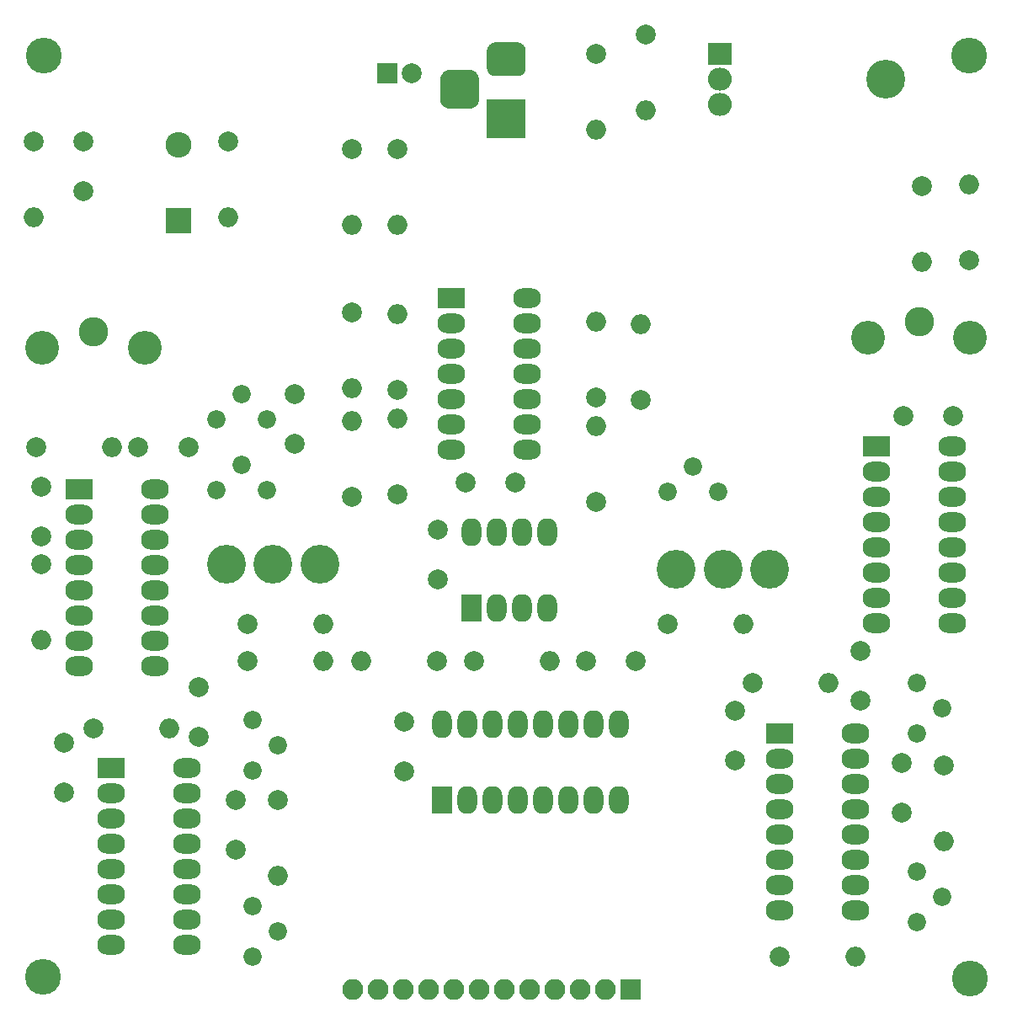
<source format=gbr>
G04 #@! TF.GenerationSoftware,KiCad,Pcbnew,(5.1.4-0-10_14)*
G04 #@! TF.CreationDate,2021-06-29T18:28:10+12:00*
G04 #@! TF.ProjectId,chroma_luma_invert,6368726f-6d61-45f6-9c75-6d615f696e76,rev?*
G04 #@! TF.SameCoordinates,Original*
G04 #@! TF.FileFunction,Soldermask,Bot*
G04 #@! TF.FilePolarity,Negative*
%FSLAX46Y46*%
G04 Gerber Fmt 4.6, Leading zero omitted, Abs format (unit mm)*
G04 Created by KiCad (PCBNEW (5.1.4-0-10_14)) date 2021-06-29 18:28:10*
%MOMM*%
%LPD*%
G04 APERTURE LIST*
%ADD10C,3.600000*%
%ADD11O,2.000000X2.800000*%
%ADD12R,2.000000X2.800000*%
%ADD13C,2.000000*%
%ADD14R,2.000000X2.000000*%
%ADD15R,2.600000X2.600000*%
%ADD16O,2.600000X2.600000*%
%ADD17R,3.900000X3.900000*%
%ADD18C,0.100000*%
%ADD19C,3.400000*%
%ADD20C,3.900000*%
%ADD21R,2.100000X2.100000*%
%ADD22O,2.100000X2.100000*%
%ADD23R,2.800000X2.000000*%
%ADD24O,2.800000X2.000000*%
%ADD25O,3.900000X3.900000*%
%ADD26R,2.400000X2.305000*%
%ADD27O,2.400000X2.305000*%
%ADD28O,2.000000X2.000000*%
%ADD29C,2.950000*%
%ADD30C,1.840000*%
G04 APERTURE END LIST*
D10*
X201500000Y-38600000D03*
X201600000Y-131400000D03*
X108400000Y-131300000D03*
X108500000Y-38600000D03*
D11*
X151500000Y-86580000D03*
X159120000Y-94200000D03*
X154040000Y-86580000D03*
X156580000Y-94200000D03*
X156580000Y-86580000D03*
X154040000Y-94200000D03*
X159120000Y-86580000D03*
D12*
X151500000Y-94200000D03*
D13*
X150900000Y-81600000D03*
X155900000Y-81600000D03*
X199900000Y-74900000D03*
X194900000Y-74900000D03*
X148100000Y-86300000D03*
X148100000Y-91300000D03*
X190600000Y-103500000D03*
X190600000Y-98500000D03*
X124100000Y-107100000D03*
X124100000Y-102100000D03*
X144700000Y-105600000D03*
X144700000Y-110600000D03*
X123000000Y-78000000D03*
X118000000Y-78000000D03*
X145500000Y-40400000D03*
D14*
X143000000Y-40400000D03*
D13*
X112500000Y-52250000D03*
X112500000Y-47250000D03*
X194750000Y-109750000D03*
X194750000Y-114750000D03*
X178000000Y-109500000D03*
X178000000Y-104500000D03*
X168000000Y-99500000D03*
X163000000Y-99500000D03*
X108250000Y-87000000D03*
X108250000Y-82000000D03*
X127750000Y-113500000D03*
X127750000Y-118500000D03*
X110500000Y-112750000D03*
X110500000Y-107750000D03*
D15*
X122000000Y-55250000D03*
D16*
X122000000Y-47630000D03*
D17*
X155000000Y-45000000D03*
D18*
G36*
X156183315Y-37304093D02*
G01*
X156265827Y-37316333D01*
X156346742Y-37336601D01*
X156425281Y-37364702D01*
X156500687Y-37400367D01*
X156572235Y-37443251D01*
X156639234Y-37492941D01*
X156701041Y-37548959D01*
X156757059Y-37610766D01*
X156806749Y-37677765D01*
X156849633Y-37749313D01*
X156885298Y-37824719D01*
X156913399Y-37903258D01*
X156933667Y-37984173D01*
X156945907Y-38066685D01*
X156950000Y-38150000D01*
X156950000Y-39850000D01*
X156945907Y-39933315D01*
X156933667Y-40015827D01*
X156913399Y-40096742D01*
X156885298Y-40175281D01*
X156849633Y-40250687D01*
X156806749Y-40322235D01*
X156757059Y-40389234D01*
X156701041Y-40451041D01*
X156639234Y-40507059D01*
X156572235Y-40556749D01*
X156500687Y-40599633D01*
X156425281Y-40635298D01*
X156346742Y-40663399D01*
X156265827Y-40683667D01*
X156183315Y-40695907D01*
X156100000Y-40700000D01*
X153900000Y-40700000D01*
X153816685Y-40695907D01*
X153734173Y-40683667D01*
X153653258Y-40663399D01*
X153574719Y-40635298D01*
X153499313Y-40599633D01*
X153427765Y-40556749D01*
X153360766Y-40507059D01*
X153298959Y-40451041D01*
X153242941Y-40389234D01*
X153193251Y-40322235D01*
X153150367Y-40250687D01*
X153114702Y-40175281D01*
X153086601Y-40096742D01*
X153066333Y-40015827D01*
X153054093Y-39933315D01*
X153050000Y-39850000D01*
X153050000Y-38150000D01*
X153054093Y-38066685D01*
X153066333Y-37984173D01*
X153086601Y-37903258D01*
X153114702Y-37824719D01*
X153150367Y-37749313D01*
X153193251Y-37677765D01*
X153242941Y-37610766D01*
X153298959Y-37548959D01*
X153360766Y-37492941D01*
X153427765Y-37443251D01*
X153499313Y-37400367D01*
X153574719Y-37364702D01*
X153653258Y-37336601D01*
X153734173Y-37316333D01*
X153816685Y-37304093D01*
X153900000Y-37300000D01*
X156100000Y-37300000D01*
X156183315Y-37304093D01*
X156183315Y-37304093D01*
G37*
D19*
X155000000Y-39000000D03*
D18*
G36*
X151370567Y-40054695D02*
G01*
X151465213Y-40068734D01*
X151558028Y-40091983D01*
X151648116Y-40124217D01*
X151734612Y-40165127D01*
X151816681Y-40214317D01*
X151893533Y-40271315D01*
X151964429Y-40335571D01*
X152028685Y-40406467D01*
X152085683Y-40483319D01*
X152134873Y-40565388D01*
X152175783Y-40651884D01*
X152208017Y-40741972D01*
X152231266Y-40834787D01*
X152245305Y-40929433D01*
X152250000Y-41025000D01*
X152250000Y-42975000D01*
X152245305Y-43070567D01*
X152231266Y-43165213D01*
X152208017Y-43258028D01*
X152175783Y-43348116D01*
X152134873Y-43434612D01*
X152085683Y-43516681D01*
X152028685Y-43593533D01*
X151964429Y-43664429D01*
X151893533Y-43728685D01*
X151816681Y-43785683D01*
X151734612Y-43834873D01*
X151648116Y-43875783D01*
X151558028Y-43908017D01*
X151465213Y-43931266D01*
X151370567Y-43945305D01*
X151275000Y-43950000D01*
X149325000Y-43950000D01*
X149229433Y-43945305D01*
X149134787Y-43931266D01*
X149041972Y-43908017D01*
X148951884Y-43875783D01*
X148865388Y-43834873D01*
X148783319Y-43785683D01*
X148706467Y-43728685D01*
X148635571Y-43664429D01*
X148571315Y-43593533D01*
X148514317Y-43516681D01*
X148465127Y-43434612D01*
X148424217Y-43348116D01*
X148391983Y-43258028D01*
X148368734Y-43165213D01*
X148354695Y-43070567D01*
X148350000Y-42975000D01*
X148350000Y-41025000D01*
X148354695Y-40929433D01*
X148368734Y-40834787D01*
X148391983Y-40741972D01*
X148424217Y-40651884D01*
X148465127Y-40565388D01*
X148514317Y-40483319D01*
X148571315Y-40406467D01*
X148635571Y-40335571D01*
X148706467Y-40271315D01*
X148783319Y-40214317D01*
X148865388Y-40165127D01*
X148951884Y-40124217D01*
X149041972Y-40091983D01*
X149134787Y-40068734D01*
X149229433Y-40054695D01*
X149325000Y-40050000D01*
X151275000Y-40050000D01*
X151370567Y-40054695D01*
X151370567Y-40054695D01*
G37*
D20*
X150300000Y-42000000D03*
D21*
X167500000Y-132500000D03*
D22*
X164960000Y-132500000D03*
X162420000Y-132500000D03*
X159880000Y-132500000D03*
X157340000Y-132500000D03*
X154800000Y-132500000D03*
X152260000Y-132500000D03*
X149720000Y-132500000D03*
X147180000Y-132500000D03*
X144640000Y-132500000D03*
X142100000Y-132500000D03*
X139560000Y-132500000D03*
D20*
X172100000Y-90250000D03*
X176800000Y-90250000D03*
X181500000Y-90250000D03*
X136250000Y-89750000D03*
X131550000Y-89750000D03*
X126850000Y-89750000D03*
D23*
X192200000Y-77900000D03*
D24*
X199820000Y-95680000D03*
X192200000Y-80440000D03*
X199820000Y-93140000D03*
X192200000Y-82980000D03*
X199820000Y-90600000D03*
X192200000Y-85520000D03*
X199820000Y-88060000D03*
X192200000Y-88060000D03*
X199820000Y-85520000D03*
X192200000Y-90600000D03*
X199820000Y-82980000D03*
X192200000Y-93140000D03*
X199820000Y-80440000D03*
X192200000Y-95680000D03*
X199820000Y-77900000D03*
D25*
X193160000Y-41040000D03*
D26*
X176500000Y-38500000D03*
D27*
X176500000Y-41040000D03*
X176500000Y-43580000D03*
D24*
X190120000Y-106750000D03*
X182500000Y-124530000D03*
X190120000Y-109290000D03*
X182500000Y-121990000D03*
X190120000Y-111830000D03*
X182500000Y-119450000D03*
X190120000Y-114370000D03*
X182500000Y-116910000D03*
X190120000Y-116910000D03*
X182500000Y-114370000D03*
X190120000Y-119450000D03*
X182500000Y-111830000D03*
X190120000Y-121990000D03*
X182500000Y-109290000D03*
X190120000Y-124530000D03*
D23*
X182500000Y-106750000D03*
D24*
X122870000Y-110250000D03*
X115250000Y-128030000D03*
X122870000Y-112790000D03*
X115250000Y-125490000D03*
X122870000Y-115330000D03*
X115250000Y-122950000D03*
X122870000Y-117870000D03*
X115250000Y-120410000D03*
X122870000Y-120410000D03*
X115250000Y-117870000D03*
X122870000Y-122950000D03*
X115250000Y-115330000D03*
X122870000Y-125490000D03*
X115250000Y-112790000D03*
X122870000Y-128030000D03*
D23*
X115250000Y-110250000D03*
D12*
X148500000Y-113500000D03*
D11*
X166280000Y-105880000D03*
X151040000Y-113500000D03*
X163740000Y-105880000D03*
X153580000Y-113500000D03*
X161200000Y-105880000D03*
X156120000Y-113500000D03*
X158660000Y-105880000D03*
X158660000Y-113500000D03*
X156120000Y-105880000D03*
X161200000Y-113500000D03*
X153580000Y-105880000D03*
X163740000Y-113500000D03*
X151040000Y-105880000D03*
X166280000Y-113500000D03*
X148500000Y-105880000D03*
D23*
X112000000Y-82250000D03*
D24*
X119620000Y-100030000D03*
X112000000Y-84790000D03*
X119620000Y-97490000D03*
X112000000Y-87330000D03*
X119620000Y-94950000D03*
X112000000Y-89870000D03*
X119620000Y-92410000D03*
X112000000Y-92410000D03*
X119620000Y-89870000D03*
X112000000Y-94950000D03*
X119620000Y-87330000D03*
X112000000Y-97490000D03*
X119620000Y-84790000D03*
X112000000Y-100030000D03*
X119620000Y-82250000D03*
D13*
X144000000Y-82750000D03*
D28*
X144000000Y-75130000D03*
X201500000Y-51630000D03*
D13*
X201500000Y-59250000D03*
D28*
X139500000Y-75380000D03*
D13*
X139500000Y-83000000D03*
X144000000Y-72250000D03*
D28*
X144000000Y-64630000D03*
D13*
X196750000Y-51750000D03*
D28*
X196750000Y-59370000D03*
D13*
X107500000Y-47250000D03*
D28*
X107500000Y-54870000D03*
D13*
X127000000Y-47250000D03*
D28*
X127000000Y-54870000D03*
X139500000Y-72120000D03*
D13*
X139500000Y-64500000D03*
X144000000Y-48000000D03*
D28*
X144000000Y-55620000D03*
D13*
X139500000Y-48000000D03*
D28*
X139500000Y-55620000D03*
X168500000Y-65630000D03*
D13*
X168500000Y-73250000D03*
D28*
X164000000Y-75880000D03*
D13*
X164000000Y-83500000D03*
X164000000Y-73000000D03*
D28*
X164000000Y-65380000D03*
X164000000Y-46120000D03*
D13*
X164000000Y-38500000D03*
X169000000Y-36500000D03*
D28*
X169000000Y-44120000D03*
X199000000Y-117620000D03*
D13*
X199000000Y-110000000D03*
X148000000Y-99500000D03*
D28*
X140380000Y-99500000D03*
X187420000Y-101700000D03*
D13*
X179800000Y-101700000D03*
X171250000Y-95750000D03*
D28*
X178870000Y-95750000D03*
X159370000Y-99500000D03*
D13*
X151750000Y-99500000D03*
X129000000Y-95750000D03*
D28*
X136620000Y-95750000D03*
X136620000Y-99500000D03*
D13*
X129000000Y-99500000D03*
D28*
X190120000Y-129250000D03*
D13*
X182500000Y-129250000D03*
X107750000Y-78000000D03*
D28*
X115370000Y-78000000D03*
D13*
X132000000Y-113500000D03*
D28*
X132000000Y-121120000D03*
X121120000Y-106300000D03*
D13*
X113500000Y-106300000D03*
D28*
X108250000Y-97370000D03*
D13*
X108250000Y-89750000D03*
X133700000Y-72700000D03*
X133700000Y-77700000D03*
D19*
X108350000Y-68000000D03*
X118650000Y-68000000D03*
D29*
X113500000Y-66400000D03*
X196500000Y-65400000D03*
D19*
X201650000Y-67000000D03*
X191350000Y-67000000D03*
D30*
X196250000Y-125750000D03*
X198790000Y-123210000D03*
X196250000Y-120670000D03*
X196250000Y-101670000D03*
X198790000Y-104210000D03*
X196250000Y-106750000D03*
X129500000Y-129250000D03*
X132040000Y-126710000D03*
X129500000Y-124170000D03*
X129500000Y-105420000D03*
X132040000Y-107960000D03*
X129500000Y-110500000D03*
X176300000Y-82500000D03*
X173760000Y-79960000D03*
X171220000Y-82500000D03*
X130900000Y-82300000D03*
X128360000Y-79760000D03*
X125820000Y-82300000D03*
X125820000Y-75200000D03*
X128360000Y-72660000D03*
X130900000Y-75200000D03*
D23*
X149450000Y-63000000D03*
D24*
X157070000Y-78240000D03*
X149450000Y-65540000D03*
X157070000Y-75700000D03*
X149450000Y-68080000D03*
X157070000Y-73160000D03*
X149450000Y-70620000D03*
X157070000Y-70620000D03*
X149450000Y-73160000D03*
X157070000Y-68080000D03*
X149450000Y-75700000D03*
X157070000Y-65540000D03*
X149450000Y-78240000D03*
X157070000Y-63000000D03*
M02*

</source>
